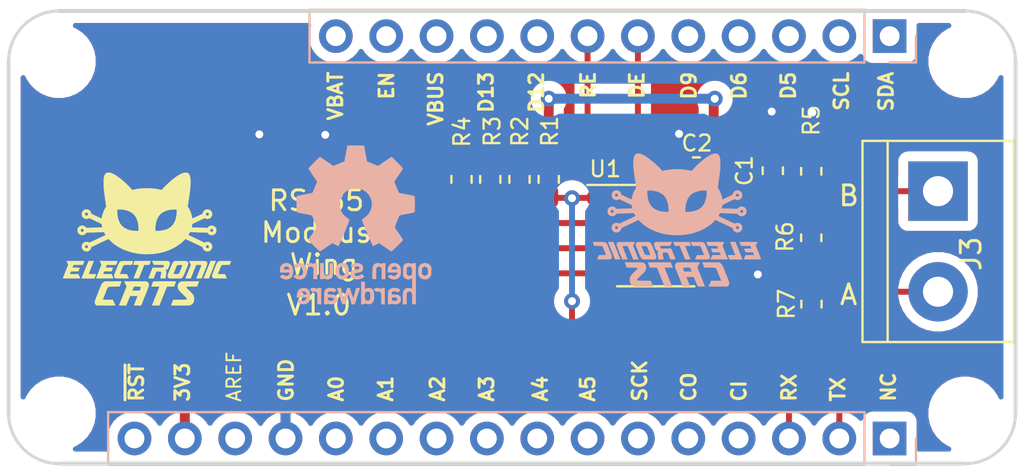
<source format=kicad_pcb>
(kicad_pcb (version 20211014) (generator pcbnew)
  (title_block (title "ModBUS Wing") (date "2020-12-01") (rev "V1.0") (company "Electronic Cats") (comment 1 "Edgar Capuchino") (comment 2 "Eduardo Contreras"))
  (layers (0 "F.Cu" signal) (31 "B.Cu" signal) (34 "B.Paste" user) (35 "F.Paste" user) (36 "B.SilkS" user "B.Silkscreen") (37 "F.SilkS" user "F.Silkscreen") (38 "B.Mask" user) (39 "F.Mask" user) (44 "Edge.Cuts" user))
  (net 0 "")
  (net 1 "/FREE")
  (net 2 "/MISO")
  (net 3 "/MOSI")
  (net 4 "/SCK")
  (net 5 "/A5")
  (net 6 "/A4")
  (net 7 "/A3")
  (net 8 "/A2")
  (net 9 "/A1")
  (net 10 "/A0")
  (net 11 "GND")
  (net 12 "/AREF")
  (net 13 "+3V3")
  (net 14 "/~{RST}")
  (net 15 "/SDA")
  (net 16 "/SCL")
  (net 17 "/EN")
  (net 18 "/VBAT")
  (net 19 "/D5")
  (net 20 "/D6")
  (net 21 "/D13")
  (net 22 "/DE")
  (net 23 "/RE")
  (net 24 "/VBUS")
  (net 25 "/RS485B")
  (net 26 "/RS485A")
  (net 27 "/D12")
  (net 28 "/D9")
  (net 29 "/TX")
  (net 30 "/RX")
  (footprint "MountingHole:MountingHole_2.7mm_M2.5" (layer "F.Cu") (at 125.79 76.71)
    (fp_text reference "REF**" hide)
    (fp_text value "MountingHole_2.7mm_M2.5" hide)
    (pad "" np_thru_hole circle locked (at 0 0) (size 2.7 2.7) (drill 2.7) (layers *.Cu *.Mask))
  )
  (footprint "MountingHole:MountingHole_2.7mm_M2.5" (layer "F.Cu") (at 125.79 94.49)
    (fp_text reference "REF**" hide)
    (fp_text value "MountingHole_2.7mm_M2.5" hide)
    (pad "" np_thru_hole circle locked (at 0 0) (size 2.7 2.7) (drill 2.7) (layers *.Cu *.Mask))
  )
  (footprint "MountingHole:MountingHole_2.7mm_M2.5" (layer "F.Cu") (at 171.51 94.49)
    (fp_text reference "REF**" hide)
    (fp_text value "MountingHole_2.7mm_M2.5" hide)
    (pad "" np_thru_hole circle locked (at 0 0) (size 2.7 2.7) (drill 2.7) (layers *.Cu *.Mask))
  )
  (footprint "MountingHole:MountingHole_2.7mm_M2.5" (layer "F.Cu") (at 171.51 76.71)
    (fp_text reference "REF**" hide)
    (fp_text value "MountingHole_2.7mm_M2.5" hide)
    (pad "" np_thru_hole circle locked (at 0 0) (size 2.7 2.7) (drill 2.7) (layers *.Cu *.Mask))
  )
  (footprint "Aesthetics:electronic_cats_logo_8x6" (layer "F.Cu") (at 130.23 85.69)
    (fp_text reference "G***" hide)
    (fp_text value "LOGO" hide)
  )
  (footprint "Resistor_SMD:R_0603_1608Metric_Pad1.05x0.95mm_HandSolder" (layer "F.Cu") (at 149.025 82.675 -90)
    (fp_text reference "R2" (at -2.425 -0.025 -90) (layer "F.SilkS") (effects (font (size 0.8 0.8) (thickness 0.12))))
    (fp_text value "10K")
    (pad "1" smd roundrect locked (at -0.875 0 270) (size 1.05 0.95) (layers "F.Cu" "F.Paste" "F.Mask") (net 13 "+3V3"))
    (pad "2" smd roundrect locked (at 0.875 0 270) (size 1.05 0.95) (layers "F.Cu" "F.Paste" "F.Mask") (net 23 "/RE"))
  )
  (footprint "Resistor_SMD:R_0603_1608Metric_Pad1.05x0.95mm_HandSolder" (layer "F.Cu") (at 147.55 82.675 -90)
    (fp_text reference "R3" (at -2.425 -0.1 90) (layer "F.SilkS") (effects (font (size 0.8 0.8) (thickness 0.12))))
    (fp_text value "10K")
    (pad "1" smd roundrect locked (at -0.875 0 270) (size 1.05 0.95) (layers "F.Cu" "F.Paste" "F.Mask") (net 13 "+3V3"))
    (pad "2" smd roundrect locked (at 0.875 0 270) (size 1.05 0.95) (layers "F.Cu" "F.Paste" "F.Mask") (net 22 "/DE"))
  )
  (footprint "Resistor_SMD:R_0603_1608Metric_Pad1.05x0.95mm_HandSolder" (layer "F.Cu") (at 146.1 82.675 -90)
    (fp_text reference "R4" (at -2.4 -0.025 -90) (layer "F.SilkS") (effects (font (size 0.8 0.8) (thickness 0.12))))
    (fp_text value "10K")
    (pad "1" smd roundrect locked (at -0.875 0 270) (size 1.05 0.95) (layers "F.Cu" "F.Paste" "F.Mask") (net 13 "+3V3"))
    (pad "2" smd roundrect locked (at 0.875 0 270) (size 1.05 0.95) (layers "F.Cu" "F.Paste" "F.Mask") (net 29 "/TX"))
  )
  (footprint "Resistor_SMD:R_0603_1608Metric_Pad1.05x0.95mm_HandSolder" (layer "F.Cu") (at 163.745 82.265 -90)
    (fp_text reference "R5" (at -2.565 -0.005 90) (layer "F.SilkS") (effects (font (size 0.8 0.8) (thickness 0.12))))
    (fp_text value "20K")
    (pad "1" smd roundrect locked (at -0.875 0 270) (size 1.05 0.95) (layers "F.Cu" "F.Paste" "F.Mask") (net 11 "GND"))
    (pad "2" smd roundrect locked (at 0.875 0 270) (size 1.05 0.95) (layers "F.Cu" "F.Paste" "F.Mask") (net 25 "/RS485B"))
  )
  (footprint "Resistor_SMD:R_0603_1608Metric_Pad1.05x0.95mm_HandSolder" (layer "F.Cu") (at 163.755 88.975 -90)
    (fp_text reference "R7" (at 0 1.255 90) (layer "F.SilkS") (effects (font (size 0.8 0.8) (thickness 0.12))))
    (fp_text value "20K")
    (pad "1" smd roundrect locked (at -0.875 0 270) (size 1.05 0.95) (layers "F.Cu" "F.Paste" "F.Mask") (net 26 "/RS485A"))
    (pad "2" smd roundrect locked (at 0.875 0 270) (size 1.05 0.95) (layers "F.Cu" "F.Paste" "F.Mask") (net 13 "+3V3"))
  )
  (footprint "Package_SO:SOIC-8_3.9x4.9mm_P1.27mm" (layer "F.Cu") (at 155.895 85.515)
    (fp_text reference "U1" (at -2.545 -3.365) (layer "F.SilkS") (effects (font (size 0.8 0.8) (thickness 0.12))))
    (fp_text value "SP3485EN")
    (pad "1" smd roundrect locked (at -2.475 -1.905) (size 1.95 0.6) (layers "F.Cu" "F.Paste" "F.Mask") (net 30 "/RX"))
    (pad "2" smd roundrect locked (at -2.475 -0.635) (size 1.95 0.6) (layers "F.Cu" "F.Paste" "F.Mask") (net 23 "/RE"))
    (pad "3" smd roundrect locked (at -2.475 0.635) (size 1.95 0.6) (layers "F.Cu" "F.Paste" "F.Mask") (net 22 "/DE"))
    (pad "4" smd roundrect locked (at -2.475 1.905) (size 1.95 0.6) (layers "F.Cu" "F.Paste" "F.Mask") (net 29 "/TX"))
    (pad "5" smd roundrect locked (at 2.475 1.905) (size 1.95 0.6) (layers "F.Cu" "F.Paste" "F.Mask") (net 11 "GND"))
    (pad "6" smd roundrect locked (at 2.475 0.635) (size 1.95 0.6) (layers "F.Cu" "F.Paste" "F.Mask") (net 26 "/RS485A"))
    (pad "7" smd roundrect locked (at 2.475 -0.635) (size 1.95 0.6) (layers "F.Cu" "F.Paste" "F.Mask") (net 25 "/RS485B"))
    (pad "8" smd roundrect locked (at 2.475 -1.905) (size 1.95 0.6) (layers "F.Cu" "F.Paste" "F.Mask") (net 13 "+3V3"))
  )
  (footprint "Resistor_SMD:R_0603_1608Metric_Pad1.05x0.95mm_HandSolder" (layer "F.Cu") (at 163.745 85.625 -90)
    (fp_text reference "R6" (at -0.05 1.32 90) (layer "F.SilkS") (effects (font (size 0.8 0.8) (thickness 0.12))))
    (fp_text value "120")
    (pad "1" smd roundrect locked (at -0.875 0 270) (size 1.05 0.95) (layers "F.Cu" "F.Paste" "F.Mask") (net 25 "/RS485B"))
    (pad "2" smd roundrect locked (at 0.875 0 270) (size 1.05 0.95) (layers "F.Cu" "F.Paste" "F.Mask") (net 26 "/RS485A"))
  )
  (footprint "Capacitor_SMD:C_0603_1608Metric_Pad1.05x0.95mm_HandSolder" (layer "F.Cu") (at 157.95 82.075 180)
    (fp_text reference "C2" (at -0.025 1.225) (layer "F.SilkS") (effects (font (size 0.8 0.8) (thickness 0.12))))
    (fp_text value "0.1uF")
    (pad "1" smd roundrect locked (at -0.875 0 180) (size 1.05 0.95) (layers "F.Cu" "F.Paste" "F.Mask") (net 13 "+3V3"))
    (pad "2" smd roundrect locked (at 0.875 0 180) (size 1.05 0.95) (layers "F.Cu" "F.Paste" "F.Mask") (net 11 "GND"))
  )
  (footprint "Capacitor_SMD:C_0603_1608Metric_Pad1.05x0.95mm_HandSolder" (layer "F.Cu") (at 161.805 82.235 90)
    (fp_text reference "C1" (at 0 -1.43 90) (layer "F.SilkS") (effects (font (size 0.8 0.8) (thickness 0.12))))
    (fp_text value "10uF")
    (pad "1" smd roundrect locked (at -0.875 0 90) (size 1.05 0.95) (layers "F.Cu" "F.Paste" "F.Mask") (net 13 "+3V3"))
    (pad "2" smd roundrect locked (at 0.875 0 90) (size 1.05 0.95) (layers "F.Cu" "F.Paste" "F.Mask") (net 11 "GND"))
  )
  (footprint "TerminalBlock:TerminalBlock_bornier-2_P5.08mm" (layer "F.Cu") (at 170.14 83.27 -90)
    (fp_text reference "J3" (at 3.16 -1.67 90) (layer "F.SilkS"))
    (fp_text value "Screw_Terminal_01x02")
    (pad "1" thru_hole rect locked (at 0 0 270) (size 3 3) (drill 1.52) (layers *.Cu *.Mask) (net 25 "/RS485B"))
    (pad "2" thru_hole circle locked (at 5.08 0 270) (size 3 3) (drill 1.52) (layers *.Cu *.Mask) (net 26 "/RS485A"))
  )
  (footprint "Resistor_SMD:R_0603_1608Metric_Pad1.05x0.95mm_HandSolder" (layer "F.Cu") (at 150.5 82.675 -90)
    (fp_text reference "R1" (at -2.425 -0.05 90) (layer "F.SilkS") (effects (font (size 0.8 0.8) (thickness 0.12))))
    (fp_text value "10K")
    (pad "1" smd roundrect locked (at -0.875 0 270) (size 1.05 0.95) (layers "F.Cu" "F.Paste" "F.Mask") (net 13 "+3V3"))
    (pad "2" smd roundrect locked (at 0.875 0 270) (size 1.05 0.95) (layers "F.Cu" "F.Paste" "F.Mask") (net 30 "/RX"))
  )
  (footprint "Connector_PinHeader_2.54mm:PinHeader_1x16_P2.54mm_Vertical" (layer "B.Cu") (at 167.7 95.76 90)
    (fp_text reference "J1" hide)
    (fp_text value "feather long" hide)
    (pad "1" thru_hole rect locked (at 0 0 90) (size 1.7 1.7) (drill 1) (layers *.Cu *.Mask) (net 1 "/FREE"))
    (pad "2" thru_hole oval locked (at 0 -2.54 90) (size 1.7 1.7) (drill 1) (layers *.Cu *.Mask) (net 29 "/TX"))
    (pad "3" thru_hole oval locked (at 0 -5.08 90) (size 1.7 1.7) (drill 1) (layers *.Cu *.Mask) (net 30 "/RX"))
    (pad "4" thru_hole oval locked (at 0 -7.62 90) (size 1.7 1.7) (drill 1) (layers *.Cu *.Mask) (net 2 "/MISO"))
    (pad "5" thru_hole oval locked (at 0 -10.16 90) (size 1.7 1.7) (drill 1) (layers *.Cu *.Mask) (net 3 "/MOSI"))
    (pad "6" thru_hole oval locked (at 0 -12.7 90) (size 1.7 1.7) (drill 1) (layers *.Cu *.Mask) (net 4 "/SCK"))
    (pad "7" thru_hole oval locked (at 0 -15.24 90) (size 1.7 1.7) (drill 1) (layers *.Cu *.Mask) (net 5 "/A5"))
    (pad "8" thru_hole oval locked (at 0 -17.78 90) (size 1.7 1.7) (drill 1) (layers *.Cu *.Mask) (net 6 "/A4"))
    (pad "9" thru_hole oval locked (at 0 -20.32 90) (size 1.7 1.7) (drill 1) (layers *.Cu *.Mask) (net 7 "/A3"))
    (pad "10" thru_hole oval locked (at 0 -22.86 90) (size 1.7 1.7) (drill 1) (layers *.Cu *.Mask) (net 8 "/A2"))
    (pad "11" thru_hole oval locked (at 0 -25.4 90) (size 1.7 1.7) (drill 1) (layers *.Cu *.Mask) (net 9 "/A1"))
    (pad "12" thru_hole oval locked (at 0 -27.94 90) (size 1.7 1.7) (drill 1) (layers *.Cu *.Mask) (net 10 "/A0"))
    (pad "13" thru_hole oval locked (at 0 -30.48 90) (size 1.7 1.7) (drill 1) (layers *.Cu *.Mask) (net 11 "GND"))
    (pad "14" thru_hole oval locked (at 0 -33.02 90) (size 1.7 1.7) (drill 1) (layers *.Cu *.Mask) (net 12 "/AREF"))
    (pad "15" thru_hole oval locked (at 0 -35.56 90) (size 1.7 1.7) (drill 1) (layers *.Cu *.Mask) (net 13 "+3V3"))
    (pad "16" thru_hole oval locked (at 0 -38.1 90) (size 1.7 1.7) (drill 1) (layers *.Cu *.Mask) (net 14 "/~{RST}"))
  )
  (footprint "Connector_PinHeader_2.54mm:PinHeader_1x12_P2.54mm_Vertical" (layer "B.Cu") (at 167.7 75.44 90)
    (fp_text reference "J2" hide)
    (fp_text value "feather short" hide)
    (pad "1" thru_hole rect locked (at 0 0 90) (size 1.7 1.7) (drill 1) (layers *.Cu *.Mask) (net 15 "/SDA"))
    (pad "2" thru_hole oval locked (at 0 -2.54 90) (size 1.7 1.7) (drill 1) (layers *.Cu *.Mask) (net 16 "/SCL"))
    (pad "3" thru_hole oval locked (at 0 -5.08 90) (size 1.7 1.7) (drill 1) (layers *.Cu *.Mask) (net 19 "/D5"))
    (pad "4" thru_hole oval locked (at 0 -7.62 90) (size 1.7 1.7) (drill 1) (layers *.Cu *.Mask) (net 20 "/D6"))
    (pad "5" thru_hole oval locked (at 0 -10.16 90) (size 1.7 1.7) (drill 1) (layers *.Cu *.Mask) (net 28 "/D9"))
    (pad "6" thru_hole oval locked (at 0 -12.7 90) (size 1.7 1.7) (drill 1) (layers *.Cu *.Mask) (net 22 "/DE"))
    (pad "7" thru_hole oval locked (at 0 -15.24 90) (size 1.7 1.7) (drill 1) (layers *.Cu *.Mask) (net 23 "/RE"))
    (pad "8" thru_hole oval locked (at 0 -17.78 90) (size 1.7 1.7) (drill 1) (layers *.Cu *.Mask) (net 27 "/D12"))
    (pad "9" thru_hole oval locked (at 0 -20.32 90) (size 1.7 1.7) (drill 1) (layers *.Cu *.Mask) (net 21 "/D13"))
    (pad "10" thru_hole oval locked (at 0 -22.86 90) (size 1.7 1.7) (drill 1) (layers *.Cu *.Mask) (net 24 "/VBUS"))
    (pad "11" thru_hole oval locked (at 0 -25.4 90) (size 1.7 1.7) (drill 1) (layers *.Cu *.Mask) (net 17 "/EN"))
    (pad "12" thru_hole oval locked (at 0 -27.94 90) (size 1.7 1.7) (drill 1) (layers *.Cu *.Mask) (net 18 "/VBAT"))
  )
  (footprint "Aesthetics:electronic_cats_logo_8x6" (layer "B.Cu") (at 156.97 84.73 180)
    (fp_text reference "G***" hide)
    (fp_text value "LOGO" hide)
  )
  (footprint "Symbol:OSHW-Logo_7.5x8mm_SilkScreen" (layer "B.Cu") (at 140.77 84.97 180)
    (fp_text reference "REF**" hide)
    (fp_text value "OSHW-Logo_7.5x8mm_SilkScreen" hide)
  )
  (gr_arc (start 171.51 74.17) (mid 173.306051 74.913949) (end 174.05 76.71) (layer "Edge.Cuts") (width 0.15))
  (gr_arc (start 123.25 76.71) (mid 123.993949 74.913949) (end 125.79 74.17) (layer "Edge.Cuts") (width 0.15))
  (gr_line (start 171.51 97.03) (end 125.79 97.03) (layer "Edge.Cuts") (width 0.2))
  (gr_arc (start 125.79 97.03) (mid 123.993949 96.286051) (end 123.25 94.49) (layer "Edge.Cuts") (width 0.15))
  (gr_arc (start 174.05 94.49) (mid 173.306051 96.286051) (end 171.51 97.03) (layer "Edge.Cuts") (width 0.15))
  (gr_line (start 123.25 94.49) (end 123.25 76.71) (layer "Edge.Cuts") (width 0.2))
  (gr_line (start 174.05 76.71) (end 174.05 94.49) (layer "Edge.Cuts") (width 0.2))
  (gr_line (start 125.79 74.17) (end 171.51 74.17) (layer "Edge.Cuts") (width 0.2))
  (gr_text "3V3" (at 132.02 92.913334 90) (layer "F.SilkS") (effects (font (size 0.7 0.7))))
  (gr_text "AREF" (at 134.62 92.638334 90) (layer "F.SilkS") (effects (font (size 0.7 0.7) (thickness 0.1))))
  (gr_text "GND" (at 137.25 92.813334 90) (layer "F.SilkS") (effects (font (size 0.7 0.7))))
  (gr_text "A0" (at 139.78 93.246667 90) (layer "F.SilkS") (effects (font (size 0.7 0.7))))
  (gr_text "A1" (at 142.28 93.246667 90) (layer "F.SilkS") (effects (font (size 0.7 0.7))))
  (gr_text "A2" (at 144.89 93.246667 90) (layer "F.SilkS") (effects (font (size 0.7 0.7))))
  (gr_text "A3" (at 147.37 93.246667 90) (layer "F.SilkS") (effects (font (size 0.7 0.7))))
  (gr_text "A4" (at 150.08 93.246667 90) (layer "F.SilkS") (effects (font (size 0.7 0.7))))
  (gr_text "A5" (at 152.47 93.246667 90) (layer "F.SilkS") (effects (font (size 0.7 0.7))))
  (gr_text "SCK" (at 155.09 92.846667 90) (layer "F.SilkS") (effects (font (size 0.7 0.7))))
  (gr_text "CO" (at 157.57 93.163334 90) (layer "F.SilkS") (effects (font (size 0.7 0.7))))
  (gr_text "CI" (at 160.1 93.363334 90) (layer "F.SilkS") (effects (font (size 0.7 0.7))))
  (gr_text "RX" (at 162.63 93.196667 90) (layer "F.SilkS") (effects (font (size 0.7 0.7))))
  (gr_text "TX" (at 165.09 93.28 90) (layer "F.SilkS") (effects (font (size 0.7 0.7))))
  (gr_text "NC" (at 167.64 93.163334 90) (layer "F.SilkS") (effects (font (size 0.7 0.7))))
  (gr_text "SDA" (at 167.52 78.2425 90) (layer "F.SilkS") (effects (font (size 0.7 0.7))))
  (gr_text "SCL" (at 165.27 78.225833 90) (layer "F.SilkS") (effects (font (size 0.7 0.7))))
  (gr_text "D5" (at 162.59 77.9425 90) (layer "F.SilkS") (effects (font (size 0.7 0.7))))
  (gr_text "D6" (at 160.1 77.9425 90) (layer "F.SilkS") (effects (font (size 0.7 0.7))))
  (gr_text "D9" (at 157.58 77.9425 90) (layer "F.SilkS") (effects (font (size 0.7 0.7))))
  (gr_text "RE" (at 152.49 77.91 90) (layer "F.SilkS") (effects (font (size 0.7 0.7))))
  (gr_text "DE" (at 154.95 77.92 90) (layer "F.SilkS") (effects (font (size 0.7 0.7))))
  (gr_text "D12" (at 149.88 78.275833 90) (layer "F.SilkS") (effects (font (size 0.7 0.7))))
  (gr_text "D13\n" (at 147.34 78.275833 90) (layer "F.SilkS") (effects (font (size 0.7 0.7))))
  (gr_text "EN" (at 142.32 77.9425 90) (layer "F.SilkS") (effects (font (size 0.7 0.7))))
  (gr_text "VBAT" (at 139.74 78.463333 90) (layer "F.SilkS") (effects (font (size 0.7 0.7))))
  (gr_text "VBUS\n" (at 144.8 78.596666 90) (layer "F.SilkS") (effects (font (size 0.7 0.7))))
  (gr_text "V1.0" (at 138.9 89.02) (layer "F.SilkS") (effects (font (size 1 1))))
  (gr_text "A" (at 165.63 88.5) (layer "F.SilkS") (effects (font (size 1 1))))
  (gr_text "RS485 \nModbus \nWing" (at 139.16 85.36) (layer "F.SilkS") (effects (font (size 1 1))))
  (gr_text "B" (at 165.64 83.5) (layer "F.SilkS") (effects (font (size 1 1))))
  (gr_text "~{RST}" (at 129.7 92.93 90) (layer "F.SilkS") (effects (font (size 0.7 0.7))))
  (segment (start 163.745 79.355) (end 163.8 79.3) (width 0.5) (layer "F.Cu") (net 11))
  (segment (start 135.925 80.425) (end 135.9 80.4) (width 0.5) (layer "F.Cu") (net 11))
  (segment (start 161.805 81.36) (end 161.805 79.305) (width 0.5) (layer "F.Cu") (net 11))
  (segment (start 139.225 80.425) (end 135.925 80.425) (width 0.5) (layer "F.Cu") (net 11))
  (segment (start 160.995 87.42) (end 161.05 87.475) (width 0.5) (layer "F.Cu") (net 11))
  (segment (start 157.075 82.075) (end 157.075 80.375) (width 0.5) (layer "F.Cu") (net 11))
  (segment (start 163.745 81.39) (end 163.745 79.355) (width 0.5) (layer "F.Cu") (net 11))
  (segment (start 158.37 87.42) (end 160.995 87.42) (width 0.5) (layer "F.Cu") (net 11))
  (segment (start 161.805 79.305) (end 161.75 79.25) (width 0.5) (layer "F.Cu") (net 11))
  (via (at 135.9 80.4) (size 0.8) (drill 0.4) (layers "F.Cu" "B.Cu") (net 11))
  (via (at 139.225 80.425) (size 0.8) (drill 0.4) (layers "F.Cu" "B.Cu") (net 11))
  (via (at 163.8 79.3) (size 0.8) (drill 0.4) (layers "F.Cu" "B.Cu") (net 11))
  (via (at 161.05 87.475) (size 0.8) (drill 0.4) (layers "F.Cu" "B.Cu") (net 11))
  (via (at 157.075 80.375) (size 0.8) (drill 0.4) (layers "F.Cu" "B.Cu") (net 11))
  (via (at 161.75 79.25) (size 0.8) (drill 0.4) (layers "F.Cu" "B.Cu") (net 11))
  (segment (start 139.275 80.375) (end 139.225 80.425) (width 0.5) (layer "B.Cu") (net 11))
  (segment (start 157.075 80.375) (end 139.275 80.375) (width 0.5) (layer "B.Cu") (net 11))
  (segment (start 161.795 89.88) (end 158.85 89.88) (width 0.5) (layer "F.Cu") (net 13))
  (segment (start 132.14 84.285) (end 132.14 95.76) (width 0.5) (layer "F.Cu") (net 13))
  (segment (start 158.825 78.65) (end 158.875 78.6) (width 0.5) (layer "F.Cu") (net 13))
  (segment (start 150.5 81.8) (end 146.1 81.8) (width 0.5) (layer "F.Cu") (net 13))
  (segment (start 158.825 82.075) (end 158.825 78.65) (width 0.5) (layer "F.Cu") (net 13))
  (segment (start 156.9 89.85) (end 156.6 89.55) (width 0.5) (layer "F.Cu") (net 13))
  (segment (start 163.755 89.85) (end 161.825 89.85) (width 0.5) (layer "F.Cu") (net 13))
  (segment (start 158.37 82.53) (end 158.825 82.075) (width 0.5) (layer "F.Cu") (net 13))
  (segment (start 161.825 89.85) (end 161.795 89.88) (width 0.5) (layer "F.Cu") (net 13))
  (segment (start 163.755 89.85) (end 156.9 89.85) (width 0.5) (layer "F.Cu") (net 13))
  (segment (start 161.805 83.11) (end 159.86 83.11) (width 0.5) (layer "F.Cu") (net 13))
  (segment (start 134.625 81.8) (end 132.14 84.285) (width 0.5) (layer "F.Cu") (net 13))
  (segment (start 157.115 83.61) (end 158.37 83.61) (width 0.5) (layer "F.Cu") (net 13))
  (segment (start 158.37 83.61) (end 158.37 82.53) (width 0.5) (layer "F.Cu") (net 13))
  (segment (start 150.5 78.6) (end 150.5 81.8) (width 0.5) (layer "F.Cu") (net 13))
  (segment (start 156.6 89.55) (end 156.6 84.125) (width 0.5) (layer "F.Cu") (net 13))
  (segment (start 159.86 83.11) (end 158.825 82.075) (width 0.5) (layer "F.Cu") (net 13))
  (segment (start 146.1 81.8) (end 134.625 81.8) (width 0.5) (layer "F.Cu") (net 13))
  (segment (start 156.6 84.125) (end 157.115 83.61) (width 0.5) (layer "F.Cu") (net 13))
  (via (at 158.875 78.6) (size 0.8) (drill 0.4) (layers "F.Cu" "B.Cu") (net 13))
  (via (at 150.5 78.6) (size 0.8) (drill 0.4) (layers "F.Cu" "B.Cu") (net 13))
  (segment (start 158.875 78.6) (end 150.5 78.6) (width 0.5) (layer "B.Cu") (net 13))
  (segment (start 155 75.44) (end 155 80.55) (width 0.3) (layer "F.Cu") (net 22))
  (segment (start 153.42 86.15) (end 147.825 86.15) (width 0.3) (layer "F.Cu") (net 22))
  (segment (start 155 80.55) (end 155.825 81.375) (width 0.3) (layer "F.Cu") (net 22))
  (segment (start 155.25 86.15) (end 153.42 86.15) (width 0.3) (layer "F.Cu") (net 22))
  (segment (start 155.825 81.375) (end 155.825 85.575) (width 0.3) (layer "F.Cu") (net 22))
  (segment (start 155.825 85.575) (end 155.25 86.15) (width 0.3) (layer "F.Cu") (net 22))
  (segment (start 147.825 86.15) (end 147.55 85.875) (width 0.3) (layer "F.Cu") (net 22))
  (segment (start 147.55 85.875) (end 147.55 83.55) (width 0.3) (layer "F.Cu") (net 22))
  (segment (start 154.82 84.88) (end 155.275 84.425) (width 0.3) (layer "F.Cu") (net 23))
  (segment (start 153.42 84.88) (end 149.23 84.88) (width 0.3) (layer "F.Cu") (net 23))
  (segment (start 149.025 84.675) (end 149.025 83.55) (width 0.3) (layer "F.Cu") (net 23))
  (segment (start 155.275 84.425) (end 155.275 82.85) (width 0.3) (layer "F.Cu") (net 23))
  (segment (start 154.65 82.225) (end 152.775 82.225) (width 0.3) (layer "F.Cu") (net 23))
  (segment (start 155.275 82.85) (end 154.65 82.225) (width 0.3) (layer "F.Cu") (net 23))
  (segment (start 152.775 82.225) (end 152.46 81.91) (width 0.3) (layer "F.Cu") (net 23))
  (segment (start 152.46 81.91) (end 152.46 75.44) (width 0.3) (layer "F.Cu") (net 23))
  (segment (start 153.42 84.88) (end 154.82 84.88) (width 0.3) (layer "F.Cu") (net 23))
  (segment (start 149.23 84.88) (end 149.025 84.675) (width 0.3) (layer "F.Cu") (net 23))
  (segment (start 158.5 84.75) (end 158.37 84.88) (width 0.3) (layer "F.Cu") (net 25))
  (segment (start 163.875 83.27) (end 163.745 83.14) (width 0.3) (layer "F.Cu") (net 25))
  (segment (start 163.745 84.75) (end 158.5 84.75) (width 0.3) (layer "F.Cu") (net 25))
  (segment (start 163.745 83.14) (end 163.745 84.75) (width 0.3) (layer "F.Cu") (net 25))
  (segment (start 170.14 83.27) (end 163.875 83.27) (width 0.3) (layer "F.Cu") (net 25))
  (segment (start 163.745 88.09) (end 163.755 88.1) (width 0.3) (layer "F.Cu") (net 26))
  (segment (start 163.395 86.15) (end 163.745 86.5) (width 0.3) (layer "F.Cu") (net 26))
  (segment (start 158.37 86.15) (end 163.395 86.15) (width 0.3) (layer "F.Cu") (net 26))
  (segment (start 164.005 88.35) (end 163.755 88.1) (width 0.3) (layer "F.Cu") (net 26))
  (segment (start 170.14 88.35) (end 164.005 88.35) (width 0.3) (layer "F.Cu") (net 26))
  (segment (start 163.745 86.5) (end 163.745 88.09) (width 0.3) (layer "F.Cu") (net 26))
  (segment (start 164.45 92.75) (end 153.7 92.75) (width 0.3) (layer "F.Cu") (net 29))
  (segment (start 153.7 92.75) (end 153.42 92.47) (width 0.3) (layer "F.Cu") (net 29))
  (segment (start 146.62 87.42) (end 146.1 86.9) (width 0.3) (layer "F.Cu") (net 29))
  (segment (start 153.42 92.47) (end 153.42 87.42) (width 0.3) (layer "F.Cu") (net 29))
  (segment (start 165.16 93.46) (end 164.45 92.75) (width 0.3) (layer "F.Cu") (net 29))
  (segment (start 165.16 95.76) (end 165.16 93.46) (width 0.3) (layer "F.Cu") (net 29))
  (segment (start 146.1 86.9) (end 146.1 83.55) (width 0.3) (layer "F.Cu") (net 29))
  (segment (start 153.42 87.42) (end 146.62 87.42) (width 0.3) (layer "F.Cu") (net 29))
  (segment (start 152.025 93.425) (end 151.675 93.075) (width 0.3) (layer "F.Cu") (net 30))
  (segment (start 162.62 95.76) (end 162.62 93.97) (width 0.3) (layer "F.Cu") (net 30))
  (segment (start 150.56 83.61) (end 150.5 83.55) (width 0.3) (layer "F.Cu") (net 30))
  (segment (start 162.62 93.97) (end 162.075 93.425) (width 0.3) (layer "F.Cu") (net 30))
  (segment (start 162.075 93.425) (end 152.025 93.425) (width 0.3) (layer "F.Cu") (net 30))
  (segment (start 153.42 83.61) (end 150.56 83.61) (width 0.3) (layer "F.Cu") (net 30))
  (segment (start 151.675 93.075) (end 151.675 88.825) (width 0.3) (layer "F.Cu") (net 30))
  (via (at 151.675 88.825) (size 0.8) (drill 0.4) (layers "F.Cu" "B.Cu") (net 30))
  (via (at 151.675 83.625) (size 0.8) (drill 0.4) (layers "F.Cu" "B.Cu") (net 30))
  (segment (start 151.675 88.825) (end 151.675 83.625) (width 0.3) (layer "B.Cu") (net 30))
  (zone (net 11) (net_name "GND") (layer "F.Cu") (connect_pads (clearance 0.508)) (min_thickness 0.254) (fill yes (thermal_gap 0.508) (thermal_bridge_width 0.508))
    (polygon (pts (xy 174.06 74.17) (xy 174.04 96.98) (xy 123.28 97.02) (xy 123.28 74.15)))
  )
  (zone (net 11) (net_name "GND") (layer "B.Cu") (connect_pads (clearance 0.508)) (min_thickness 0.254) (fill yes (thermal_gap 0.508) (thermal_bridge_width 0.508))
    (polygon (pts (xy 174.01 96.98) (xy 123.37 96.83) (xy 123.28 96.83) (xy 123.28 74.15) (xy 174.06 74.14)))
  )
)
</source>
